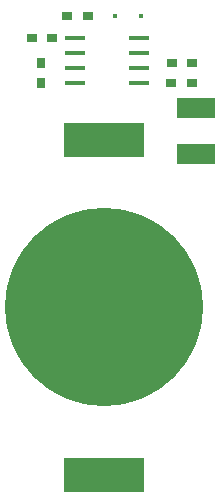
<source format=gbr>
G04 DipTrace 3.2.0.1*
G04 TopPaste.gbr*
%MOMM*%
G04 #@! TF.FileFunction,Paste,Top*
G04 #@! TF.Part,Single*
%ADD55R,1.8X0.4*%
%ADD59C,16.8*%
%ADD61R,6.8X2.9*%
%ADD67R,0.4X0.4*%
%ADD69R,3.2X1.7*%
%ADD71R,0.9X0.8*%
%ADD73R,0.8X0.9*%
%FSLAX35Y35*%
G04*
G71*
G90*
G75*
G01*
G04 TopPaste*
%LPD*%
D71*
X-617600Y2615157D3*
X-447600D3*
X569687Y2409503D3*
X739687D3*
D69*
X776000Y1639467D3*
Y2029467D3*
D67*
X306357Y2804583D3*
X86357D3*
D73*
X-535777Y2235613D3*
Y2405613D3*
D71*
X-313510Y2802007D3*
X-143510D3*
X567437Y2236083D3*
X737437D3*
D61*
X0Y1755500D3*
Y-1080500D3*
D59*
Y337500D3*
D55*
X290620Y2622270D3*
Y2368270D3*
Y2495270D3*
Y2241270D3*
X-249380D3*
Y2368270D3*
Y2495270D3*
Y2622270D3*
M02*

</source>
